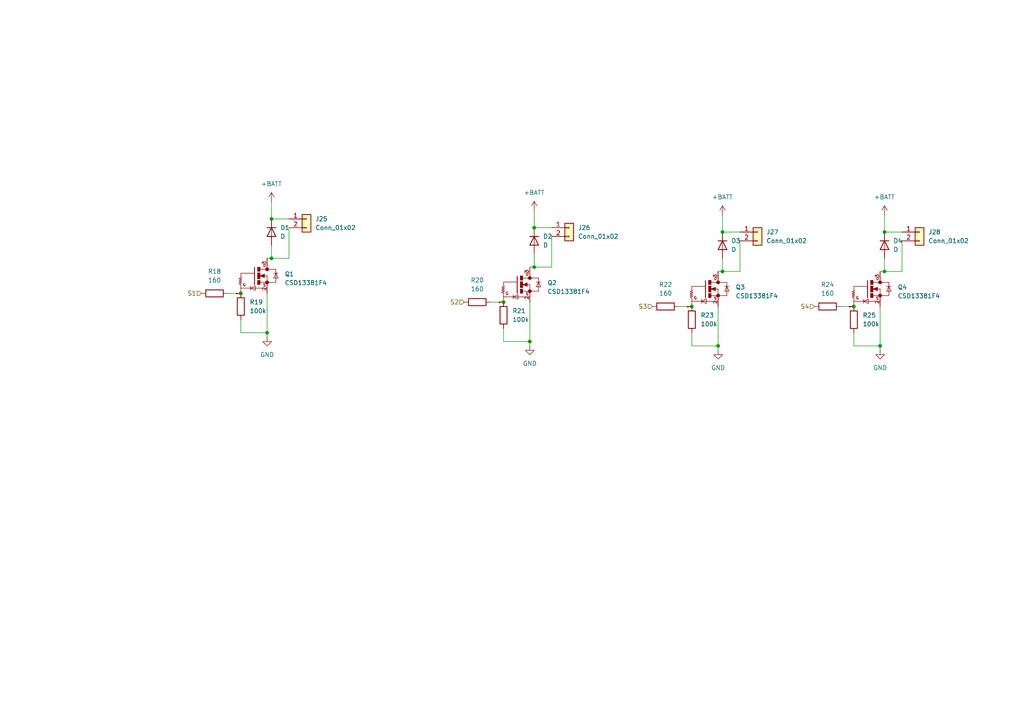
<source format=kicad_sch>
(kicad_sch (version 20250114) (generator "eeschema") (generator_version "9.0")
  (paper "A4")
  (lib_symbols
    (symbol "CSD13381F4:CSD13381F4" (pin_names (offset 1.016))
      (property "Reference" "Q" (at 7.6273 2.5424 0))
      (property "Value" "CSD13381F4" (at 7.6306 0 0))
      (symbol "CSD13381F4_0_0"
        (polyline (pts (xy -5.588 -0.762) (xy -4.826 -0.508)) (stroke (width 0.1524)))
        (polyline (pts (xy -5.588 -1.27) (xy -4.826 -1.016)) (stroke (width 0.1524)))
        (polyline (pts (xy -5.588 -1.778) (xy -4.826 -1.524)) (stroke (width 0.1524)))
        (polyline (pts (xy -5.588 -2.286) (xy -4.826 -2.032)) (stroke (width 0.1524)))
        (polyline (pts (xy -5.08 0.762) (xy -1.27 0.762)) (stroke (width 0.1524)))
        (polyline (pts (xy -5.08 -0.254) (xy -5.08 0.762)) (stroke (width 0.1524)))
        (polyline (pts (xy -5.08 -2.54) (xy -5.588 -2.286)) (stroke (width 0.1524)))
        (polyline (pts (xy -5.08 -3.556) (xy -5.08 -2.54)) (stroke (width 0.1524)))
        (polyline (pts (xy -5.08 -5.08) (xy -5.08 -3.556)) (stroke (width 0.1524)))
        (polyline (pts (xy -4.826 -0.508) (xy -5.08 -0.254)) (stroke (width 0.1524)))
        (polyline (pts (xy -4.826 -1.016) (xy -5.588 -0.762)) (stroke (width 0.1524)))
        (polyline (pts (xy -4.826 -1.524) (xy -5.588 -1.27)) (stroke (width 0.1524)))
        (polyline (pts (xy -4.826 -2.032) (xy -5.588 -1.778)) (stroke (width 0.1524)))
        (polyline (pts (xy -2.286 -3.556) (xy -5.08 -3.556)) (stroke (width 0.1524)))
        (polyline (pts (xy -2.286 -3.556) (xy -2.286 -2.921)) (stroke (width 0.1524)))
        (polyline (pts (xy -2.286 -3.556) (xy -0.889 -4.191)) (stroke (width 0.1524)))
        (polyline (pts (xy -2.286 -3.556) (xy 2.54 -3.556)) (stroke (width 0.1524)))
        (polyline (pts (xy -2.286 -4.191) (xy -2.286 -3.556)) (stroke (width 0.1524)))
        (polyline (pts (xy -1.1176 2.413) (xy -1.1176 -2.54)) (stroke (width 0.254)))
        (polyline (pts (xy -0.889 -2.921) (xy -2.286 -3.556)) (stroke (width 0.1524)))
        (polyline (pts (xy -0.889 -4.191) (xy -0.889 -2.921)) (stroke (width 0.1524)))
        (rectangle (start -0.2543 1.2714) (end 0.508 2.54) (stroke (width 0.1)) (fill (type outline)))
        (rectangle (start -0.2543 -0.8901) (end 0.508 0.889) (stroke (width 0.1)) (fill (type outline)))
        (rectangle (start -0.2542 -2.542) (end 0.508 -1.27) (stroke (width 0.1)) (fill (type outline)))
        (polyline (pts (xy 0.508 0) (xy 1.778 -0.508)) (stroke (width 0.1524)))
        (polyline (pts (xy 0.508 -1.905) (xy 2.54 -1.905)) (stroke (width 0.1524)))
        (polyline (pts (xy 0.762 0) (xy 1.651 -0.254)) (stroke (width 0.3048)))
        (polyline (pts (xy 1.651 0.254) (xy 0.762 0)) (stroke (width 0.3048)))
        (polyline (pts (xy 1.651 0) (xy 1.397 0)) (stroke (width 0.3048)))
        (polyline (pts (xy 1.651 0) (xy 2.54 0)) (stroke (width 0.1524)))
        (polyline (pts (xy 1.651 -0.254) (xy 1.651 0)) (stroke (width 0.3048)))
        (polyline (pts (xy 1.778 0.508) (xy 0.508 0)) (stroke (width 0.1524)))
        (polyline (pts (xy 1.778 -0.508) (xy 1.778 0.508)) (stroke (width 0.1524)))
        (polyline (pts (xy 2.54 2.54) (xy 2.54 1.905)) (stroke (width 0.1524)))
        (polyline (pts (xy 2.54 1.905) (xy 0.5334 1.905)) (stroke (width 0.1524)))
        (polyline (pts (xy 2.54 1.905) (xy 5.08 1.905)) (stroke (width 0.1524)))
        (circle (center 2.54 1.905) (radius 0.127) (stroke (width 0.4064)))
        (polyline (pts (xy 2.54 0) (xy 2.54 -1.905)) (stroke (width 0.1524)))
        (polyline (pts (xy 2.54 -1.905) (xy 2.54 -2.54)) (stroke (width 0.1524)))
        (circle (center 2.54 -1.905) (radius 0.127) (stroke (width 0.4064)))
        (polyline (pts (xy 4.445 0.762) (xy 5.08 0.762)) (stroke (width 0.1524)))
        (polyline (pts (xy 4.445 -0.635) (xy 5.715 -0.635)) (stroke (width 0.1524)))
        (polyline (pts (xy 5.08 1.905) (xy 5.08 0.762)) (stroke (width 0.1524)))
        (polyline (pts (xy 5.08 0.762) (xy 4.445 -0.635)) (stroke (width 0.1524)))
        (polyline (pts (xy 5.08 0.762) (xy 5.08 -1.905)) (stroke (width 0.1524)))
        (polyline (pts (xy 5.08 0.762) (xy 5.715 0.762)) (stroke (width 0.1524)))
        (polyline (pts (xy 5.08 -1.905) (xy 2.54 -1.905)) (stroke (width 0.1524)))
        (polyline (pts (xy 5.715 -0.635) (xy 5.08 0.762)) (stroke (width 0.1524)))
        (text "G" (at -4.5768 -3.0512 0) (effects (font (size 0.8136 0.8136)) (justify left bottom)))
        (text "S" (at 1.2716 -3.179 0) (effects (font (size 0.8138 0.8138)) (justify left bottom)))
        (text "D" (at 1.2721 2.5443 0) (effects (font (size 0.8142 0.8142)) (justify left bottom)))
        (pin passive line (at -5.08 -5.08 90) (length 0) (name "~") (number "1"))
        (pin passive line (at 2.54 5.08 270) (length 2.54) (name "~") (number "3"))
        (pin passive line (at 2.54 -5.08 90) (length 2.54) (name "~") (number "2"))
      )
    )
    (symbol "Connector_Generic:Conn_01x02" (pin_names (offset 1.016) (hide yes))
      (property "Reference" "J" (at 0 2.54 0))
      (property "Value" "Conn_01x02" (at 0 -5.08 0))
      (symbol "Conn_01x02_1_1"
        (rectangle (start -1.27 1.27) (end 1.27 -3.81) (stroke (width 0.254)) (fill (type background)))
        (rectangle (start -1.27 0.127) (end 0 -0.127) (stroke (width 0.1524)))
        (rectangle (start -1.27 -2.413) (end 0 -2.667) (stroke (width 0.1524)))
        (pin passive line (at -5.08 0 0) (length 3.81) (name "Pin_1") (number "1"))
        (pin passive line (at -5.08 -2.54 0) (length 3.81) (name "Pin_2") (number "2"))
      )
    )
    (symbol "Device:D" (pin_numbers (hide yes)) (pin_names (offset 1.016) (hide yes))
      (property "Reference" "D" (at 0 2.54 0))
      (property "Value" "D" (at 0 -2.54 0))
      (symbol "D_0_1"
        (polyline (pts (xy -1.27 1.27) (xy -1.27 -1.27)) (stroke (width 0.254)))
        (polyline (pts (xy 1.27 1.27) (xy 1.27 -1.27) (xy -1.27 0) (xy 1.27 1.27)) (stroke (width 0.254)))
        (polyline (pts (xy 1.27 0) (xy -1.27 0)))
      )
      (symbol "D_1_1"
        (pin passive line (at -3.81 0 0) (length 2.54) (name "K") (number "1"))
        (pin passive line (at 3.81 0 180) (length 2.54) (name "A") (number "2"))
      )
    )
    (symbol "Device:R" (pin_numbers (hide yes)) (pin_names (offset 0))
      (property "Reference" "R" (at 2.032 0 90))
      (property "Value" "R" (at 0 0 90))
      (symbol "R_0_1"
        (rectangle (start -1.016 -2.54) (end 1.016 2.54) (stroke (width 0.254)))
      )
      (symbol "R_1_1"
        (pin passive line (at 0 3.81 270) (length 1.27) (name "~") (number "1"))
        (pin passive line (at 0 -3.81 90) (length 1.27) (name "~") (number "2"))
      )
    )
    (symbol "power:+BATT" (power) (pin_numbers (hide yes)) (pin_names (offset 0) (hide yes))
      (property "Value" "+BATT" (at 0 3.556 0))
      (symbol "+BATT_0_1"
        (polyline (pts (xy -0.762 1.27) (xy 0 2.54)))
        (polyline (pts (xy 0 2.54) (xy 0.762 1.27)))
        (polyline (pts (xy 0 0) (xy 0 2.54)))
      )
      (symbol "+BATT_1_1"
        (pin power_in line (at 0 0 90) (length 0) (name "~") (number "1"))
      )
    )
    (symbol "power:GND" (power) (pin_numbers (hide yes)) (pin_names (offset 0) (hide yes))
      (property "Value" "GND" (at 0 -3.81 0))
      (symbol "GND_0_1"
        (polyline (pts (xy 0 0) (xy 0 -1.27) (xy 1.27 -1.27) (xy 0 -2.54) (xy -1.27 -1.27) (xy 0 -1.27)))
      )
      (symbol "GND_1_1"
        (pin power_in line (at 0 0 270) (length 0) (name "~") (number "1"))
      )
    )
  )
  (junction (at 256.54 67.31))
  (junction (at 247.65 88.9))
  (junction (at 154.94 77.47))
  (junction (at 208.28 100.33))
  (junction (at 78.74 74.93))
  (junction (at 209.55 67.31))
  (junction (at 78.74 63.5))
  (junction (at 77.47 96.52))
  (junction (at 200.66 88.9))
  (junction (at 256.54 78.74))
  (junction (at 209.55 78.74))
  (junction (at 255.27 100.33))
  (junction (at 69.85 85.09))
  (junction (at 146.05 87.63))
  (junction (at 153.67 99.06))
  (junction (at 154.94 66.04))
  (wire (pts (xy 83.82 66.04) (xy 83.82 74.93)))
  (wire (pts (xy 208.28 101.6) (xy 208.28 100.33)))
  (wire (pts (xy 255.27 100.33) (xy 255.27 88.9)))
  (wire (pts (xy 153.67 99.06) (xy 153.67 87.63)))
  (wire (pts (xy 200.66 96.52) (xy 200.66 100.33)))
  (wire (pts (xy 209.55 74.93) (xy 209.55 78.74)))
  (wire (pts (xy 69.85 96.52) (xy 77.47 96.52)))
  (wire (pts (xy 77.47 97.79) (xy 77.47 96.52)))
  (wire (pts (xy 154.94 60.96) (xy 154.94 66.04)))
  (wire (pts (xy 256.54 74.93) (xy 256.54 78.74)))
  (wire (pts (xy 247.65 100.33) (xy 255.27 100.33)))
  (wire (pts (xy 78.74 71.12) (xy 78.74 74.93)))
  (wire (pts (xy 256.54 67.31) (xy 261.62 67.31)))
  (wire (pts (xy 256.54 78.74) (xy 255.27 78.74)))
  (wire (pts (xy 160.02 68.58) (xy 160.02 77.47)))
  (wire (pts (xy 214.63 69.85) (xy 214.63 78.74)))
  (wire (pts (xy 154.94 66.04) (xy 160.02 66.04)))
  (wire (pts (xy 77.47 96.52) (xy 77.47 85.09)))
  (wire (pts (xy 200.66 100.33) (xy 208.28 100.33)))
  (wire (pts (xy 154.94 73.66) (xy 154.94 77.47)))
  (wire (pts (xy 196.85 88.9) (xy 200.66 88.9)))
  (wire (pts (xy 214.63 78.74) (xy 209.55 78.74)))
  (wire (pts (xy 261.62 78.74) (xy 256.54 78.74)))
  (wire (pts (xy 247.65 96.52) (xy 247.65 100.33)))
  (wire (pts (xy 69.85 92.71) (xy 69.85 96.52)))
  (wire (pts (xy 256.54 62.23) (xy 256.54 67.31)))
  (wire (pts (xy 146.05 95.25) (xy 146.05 99.06)))
  (wire (pts (xy 209.55 67.31) (xy 214.63 67.31)))
  (wire (pts (xy 142.24 87.63) (xy 146.05 87.63)))
  (wire (pts (xy 209.55 62.23) (xy 209.55 67.31)))
  (wire (pts (xy 209.55 78.74) (xy 208.28 78.74)))
  (wire (pts (xy 154.94 77.47) (xy 153.67 77.47)))
  (wire (pts (xy 66.04 85.09) (xy 69.85 85.09)))
  (wire (pts (xy 160.02 77.47) (xy 154.94 77.47)))
  (wire (pts (xy 255.27 101.6) (xy 255.27 100.33)))
  (wire (pts (xy 78.74 63.5) (xy 83.82 63.5)))
  (wire (pts (xy 83.82 74.93) (xy 78.74 74.93)))
  (wire (pts (xy 261.62 69.85) (xy 261.62 78.74)))
  (wire (pts (xy 153.67 100.33) (xy 153.67 99.06)))
  (wire (pts (xy 208.28 100.33) (xy 208.28 88.9)))
  (wire (pts (xy 243.84 88.9) (xy 247.65 88.9)))
  (wire (pts (xy 78.74 58.42) (xy 78.74 63.5)))
  (wire (pts (xy 146.05 99.06) (xy 153.67 99.06)))
  (wire (pts (xy 78.74 74.93) (xy 77.47 74.93)))
  (hierarchical_label "S2" (shape input) (at 134.62 87.63 180))
  (hierarchical_label "S4" (shape input) (at 236.22 88.9 180))
  (hierarchical_label "S3" (shape input) (at 189.23 88.9 180))
  (hierarchical_label "S1" (shape input) (at 58.42 85.09 180))
  (symbol (lib_id "Connector_Generic:Conn_01x02") (at 88.9 63.5 0) (unit 1)
    (property "Reference" "J25" (at 91.44 63.4999 0) (effects (justify left)))
    (property "Value" "Conn_01x02" (at 91.44 66.0399 0) (effects (justify left)))
    (property "Footprint" "TerminalBlock_Phoenix:TerminalBlock_Phoenix_MPT-0,5-2-2.54_1x02_P2.54mm_Horizontal" (effects (hide yes)))
    (property "Description" "Generic connector, single row, 01x02, script generated (kicad-library-utils/schlib/autogen/connector/)" (effects (hide yes)))
  )
  (symbol (lib_id "power:+BATT") (at 209.55 62.23 0) (unit 1)
    (property "Reference" "#PWR0102" (effects (hide yes)))
    (property "Value" "+BATT" (at 209.55 57.15 0))
    (property "Description" "Power symbol creates a global label with name \"+BATT\"" (effects (hide yes)))
  )
  (symbol (lib_id "Device:D") (at 154.94 69.85 270) (unit 1)
    (property "Reference" "D2" (at 157.48 68.5799 90) (effects (justify left)))
    (property "Value" "D" (at 157.48 71.1199 90) (effects (justify left)))
    (property "Footprint" "Diode_SMD:D_SOD-123" (effects (hide yes)))
    (property "Description" "Diode" (effects (hide yes)))
    (property "Sim.Device" "D" (effects (hide yes)))
    (property "Sim.Pins" "1=K 2=A" (effects (hide yes)))
  )
  (symbol (lib_id "power:GND") (at 153.67 100.33 0) (unit 1)
    (property "Reference" "#PWR098" (effects (hide yes)))
    (property "Value" "GND" (at 153.67 105.41 0))
    (property "Description" "Power symbol creates a global label with name \"GND\" , ground" (effects (hide yes)))
  )
  (symbol (lib_id "CSD13381F4:CSD13381F4") (at 151.13 82.55 0) (unit 1)
    (property "Reference" "Q2" (at 158.75 82.026 0) (effects (justify left)))
    (property "Value" "CSD13381F4" (at 158.75 84.566 0) (effects (justify left)))
    (property "Footprint" "CSD13381F4:DFN100X60X35-3N" (effects (hide yes)))
    (property "MF" "Texas Instruments" (effects (hide yes)))
    (property "Description_1" "12-V, N channel NexFET™ power MOSFET, single LGA 1 mm x  0.6mm, 180 mOhm, gate ESD protection" (effects (hide yes)))
    (property "Package" "PICOSTAR-3 Texas Instruments" (effects (hide yes)))
    (property "Price" "None" (effects (hide yes)))
    (property "Check_prices" "https://www.snapeda.com/parts/CSD13381F4/Texas+Instruments/view-part/?ref=eda" (effects (hide yes)))
    (property "SnapEDA_Link" "https://www.snapeda.com/parts/CSD13381F4/Texas+Instruments/view-part/?ref=snap" (effects (hide yes)))
    (property "MP" "CSD13381F4" (effects (hide yes)))
    (property "Availability" "In Stock" (effects (hide yes)))
    (property "MANUFACTURER" "Texas Instruments" (effects (hide yes)))
  )
  (symbol (lib_id "power:+BATT") (at 154.94 60.96 0) (unit 1)
    (property "Reference" "#PWR099" (effects (hide yes)))
    (property "Value" "+BATT" (at 154.94 55.88 0))
    (property "Description" "Power symbol creates a global label with name \"+BATT\"" (effects (hide yes)))
  )
  (symbol (lib_id "Device:D") (at 209.55 71.12 270) (unit 1)
    (property "Reference" "D3" (at 212.09 69.8499 90) (effects (justify left)))
    (property "Value" "D" (at 212.09 72.3899 90) (effects (justify left)))
    (property "Footprint" "Diode_SMD:D_SOD-123" (effects (hide yes)))
    (property "Description" "Diode" (effects (hide yes)))
    (property "Sim.Device" "D" (effects (hide yes)))
    (property "Sim.Pins" "1=K 2=A" (effects (hide yes)))
  )
  (symbol (lib_id "power:GND") (at 255.27 101.6 0) (unit 1)
    (property "Reference" "#PWR0103" (effects (hide yes)))
    (property "Value" "GND" (at 255.27 106.68 0))
    (property "Description" "Power symbol creates a global label with name \"GND\" , ground" (effects (hide yes)))
  )
  (symbol (lib_id "Connector_Generic:Conn_01x02") (at 165.1 66.04 0) (unit 1)
    (property "Reference" "J26" (at 167.64 66.0399 0) (effects (justify left)))
    (property "Value" "Conn_01x02" (at 167.64 68.5799 0) (effects (justify left)))
    (property "Footprint" "TerminalBlock_Phoenix:TerminalBlock_Phoenix_MPT-0,5-2-2.54_1x02_P2.54mm_Horizontal" (effects (hide yes)))
    (property "Description" "Generic connector, single row, 01x02, script generated (kicad-library-utils/schlib/autogen/connector/)" (effects (hide yes)))
  )
  (symbol (lib_id "CSD13381F4:CSD13381F4") (at 74.93 80.01 0) (unit 1)
    (property "Reference" "Q1" (at 82.55 79.486 0) (effects (justify left)))
    (property "Value" "CSD13381F4" (at 82.55 82.026 0) (effects (justify left)))
    (property "Footprint" "CSD13381F4:DFN100X60X35-3N" (effects (hide yes)))
    (property "MF" "Texas Instruments" (effects (hide yes)))
    (property "Description_1" "12-V, N channel NexFET™ power MOSFET, single LGA 1 mm x  0.6mm, 180 mOhm, gate ESD protection" (effects (hide yes)))
    (property "Package" "PICOSTAR-3 Texas Instruments" (effects (hide yes)))
    (property "Price" "None" (effects (hide yes)))
    (property "Check_prices" "https://www.snapeda.com/parts/CSD13381F4/Texas+Instruments/view-part/?ref=eda" (effects (hide yes)))
    (property "SnapEDA_Link" "https://www.snapeda.com/parts/CSD13381F4/Texas+Instruments/view-part/?ref=snap" (effects (hide yes)))
    (property "MP" "CSD13381F4" (effects (hide yes)))
    (property "Availability" "In Stock" (effects (hide yes)))
    (property "MANUFACTURER" "Texas Instruments" (effects (hide yes)))
  )
  (symbol (lib_id "Device:R") (at 138.43 87.63 90) (unit 1)
    (property "Reference" "R20" (at 138.43 81.28 90))
    (property "Value" "160" (at 138.43 83.82 90))
    (property "Footprint" "Resistor_SMD:R_0603_1608Metric" (effects (hide yes)))
    (property "Description" "Resistor" (effects (hide yes)))
  )
  (symbol (lib_id "power:+BATT") (at 78.74 58.42 0) (unit 1)
    (property "Reference" "#PWR097" (effects (hide yes)))
    (property "Value" "+BATT" (at 78.74 53.34 0))
    (property "Description" "Power symbol creates a global label with name \"+BATT\"" (effects (hide yes)))
  )
  (symbol (lib_id "Connector_Generic:Conn_01x02") (at 219.71 67.31 0) (unit 1)
    (property "Reference" "J27" (at 222.25 67.3099 0) (effects (justify left)))
    (property "Value" "Conn_01x02" (at 222.25 69.8499 0) (effects (justify left)))
    (property "Footprint" "TerminalBlock_Phoenix:TerminalBlock_Phoenix_MPT-0,5-2-2.54_1x02_P2.54mm_Horizontal" (effects (hide yes)))
    (property "Description" "Generic connector, single row, 01x02, script generated (kicad-library-utils/schlib/autogen/connector/)" (effects (hide yes)))
  )
  (symbol (lib_id "CSD13381F4:CSD13381F4") (at 252.73 83.82 0) (unit 1)
    (property "Reference" "Q4" (at 260.35 83.296 0) (effects (justify left)))
    (property "Value" "CSD13381F4" (at 260.35 85.836 0) (effects (justify left)))
    (property "Footprint" "CSD13381F4:DFN100X60X35-3N" (effects (hide yes)))
    (property "MF" "Texas Instruments" (effects (hide yes)))
    (property "Description_1" "12-V, N channel NexFET™ power MOSFET, single LGA 1 mm x  0.6mm, 180 mOhm, gate ESD protection" (effects (hide yes)))
    (property "Package" "PICOSTAR-3 Texas Instruments" (effects (hide yes)))
    (property "Price" "None" (effects (hide yes)))
    (property "Check_prices" "https://www.snapeda.com/parts/CSD13381F4/Texas+Instruments/view-part/?ref=eda" (effects (hide yes)))
    (property "SnapEDA_Link" "https://www.snapeda.com/parts/CSD13381F4/Texas+Instruments/view-part/?ref=snap" (effects (hide yes)))
    (property "MP" "CSD13381F4" (effects (hide yes)))
    (property "Availability" "In Stock" (effects (hide yes)))
    (property "MANUFACTURER" "Texas Instruments" (effects (hide yes)))
  )
  (symbol (lib_id "power:GND") (at 77.47 97.79 0) (unit 1)
    (property "Reference" "#PWR096" (effects (hide yes)))
    (property "Value" "GND" (at 77.47 102.87 0))
    (property "Description" "Power symbol creates a global label with name \"GND\" , ground" (effects (hide yes)))
  )
  (symbol (lib_id "CSD13381F4:CSD13381F4") (at 205.74 83.82 0) (unit 1)
    (property "Reference" "Q3" (at 213.36 83.296 0) (effects (justify left)))
    (property "Value" "CSD13381F4" (at 213.36 85.836 0) (effects (justify left)))
    (property "Footprint" "CSD13381F4:DFN100X60X35-3N" (effects (hide yes)))
    (property "MF" "Texas Instruments" (effects (hide yes)))
    (property "Description_1" "12-V, N channel NexFET™ power MOSFET, single LGA 1 mm x  0.6mm, 180 mOhm, gate ESD protection" (effects (hide yes)))
    (property "Package" "PICOSTAR-3 Texas Instruments" (effects (hide yes)))
    (property "Price" "None" (effects (hide yes)))
    (property "Check_prices" "https://www.snapeda.com/parts/CSD13381F4/Texas+Instruments/view-part/?ref=eda" (effects (hide yes)))
    (property "SnapEDA_Link" "https://www.snapeda.com/parts/CSD13381F4/Texas+Instruments/view-part/?ref=snap" (effects (hide yes)))
    (property "MP" "CSD13381F4" (effects (hide yes)))
    (property "Availability" "In Stock" (effects (hide yes)))
    (property "MANUFACTURER" "Texas Instruments" (effects (hide yes)))
  )
  (symbol (lib_id "Device:D") (at 256.54 71.12 270) (unit 1)
    (property "Reference" "D4" (at 259.08 69.8499 90) (effects (justify left)))
    (property "Value" "D" (at 259.08 72.3899 90) (effects (justify left)))
    (property "Footprint" "Diode_SMD:D_SOD-123" (effects (hide yes)))
    (property "Description" "Diode" (effects (hide yes)))
    (property "Sim.Device" "D" (effects (hide yes)))
    (property "Sim.Pins" "1=K 2=A" (effects (hide yes)))
  )
  (symbol (lib_id "Device:D") (at 78.74 67.31 270) (unit 1)
    (property "Reference" "D1" (at 81.28 66.0399 90) (effects (justify left)))
    (property "Value" "D" (at 81.28 68.5799 90) (effects (justify left)))
    (property "Footprint" "Diode_SMD:D_SOD-123" (effects (hide yes)))
    (property "Description" "Diode" (effects (hide yes)))
    (property "Sim.Device" "D" (effects (hide yes)))
    (property "Sim.Pins" "1=K 2=A" (effects (hide yes)))
  )
  (symbol (lib_id "power:+BATT") (at 256.54 62.23 0) (unit 1)
    (property "Reference" "#PWR0104" (effects (hide yes)))
    (property "Value" "+BATT" (at 256.54 57.15 0))
    (property "Description" "Power symbol creates a global label with name \"+BATT\"" (effects (hide yes)))
  )
  (symbol (lib_id "Device:R") (at 62.23 85.09 90) (unit 1)
    (property "Reference" "R18" (at 62.23 78.74 90))
    (property "Value" "160" (at 62.23 81.28 90))
    (property "Footprint" "Resistor_SMD:R_0603_1608Metric" (effects (hide yes)))
    (property "Description" "Resistor" (effects (hide yes)))
  )
  (symbol (lib_id "power:GND") (at 208.28 101.6 0) (unit 1)
    (property "Reference" "#PWR0100" (effects (hide yes)))
    (property "Value" "GND" (at 208.28 106.68 0))
    (property "Description" "Power symbol creates a global label with name \"GND\" , ground" (effects (hide yes)))
  )
  (symbol (lib_id "Device:R") (at 247.65 92.71 0) (unit 1)
    (property "Reference" "R25" (at 250.19 91.4399 0) (effects (justify left)))
    (property "Value" "100k" (at 250.19 93.9799 0) (effects (justify left)))
    (property "Footprint" "Resistor_SMD:R_0603_1608Metric" (effects (hide yes)))
    (property "Description" "Resistor" (effects (hide yes)))
  )
  (symbol (lib_id "Device:R") (at 146.05 91.44 0) (unit 1)
    (property "Reference" "R21" (at 148.59 90.1699 0) (effects (justify left)))
    (property "Value" "100k" (at 148.59 92.7099 0) (effects (justify left)))
    (property "Footprint" "Resistor_SMD:R_0603_1608Metric" (effects (hide yes)))
    (property "Description" "Resistor" (effects (hide yes)))
  )
  (symbol (lib_id "Connector_Generic:Conn_01x02") (at 266.7 67.31 0) (unit 1)
    (property "Reference" "J28" (at 269.24 67.3099 0) (effects (justify left)))
    (property "Value" "Conn_01x02" (at 269.24 69.8499 0) (effects (justify left)))
    (property "Footprint" "TerminalBlock_Phoenix:TerminalBlock_Phoenix_MPT-0,5-2-2.54_1x02_P2.54mm_Horizontal" (effects (hide yes)))
    (property "Description" "Generic connector, single row, 01x02, script generated (kicad-library-utils/schlib/autogen/connector/)" (effects (hide yes)))
  )
  (symbol (lib_id "Device:R") (at 240.03 88.9 90) (unit 1)
    (property "Reference" "R24" (at 240.03 82.55 90))
    (property "Value" "160" (at 240.03 85.09 90))
    (property "Footprint" "Resistor_SMD:R_0603_1608Metric" (effects (hide yes)))
    (property "Description" "Resistor" (effects (hide yes)))
  )
  (symbol (lib_id "Device:R") (at 200.66 92.71 0) (unit 1)
    (property "Reference" "R23" (at 203.2 91.4399 0) (effects (justify left)))
    (property "Value" "100k" (at 203.2 93.9799 0) (effects (justify left)))
    (property "Footprint" "Resistor_SMD:R_0603_1608Metric" (effects (hide yes)))
    (property "Description" "Resistor" (effects (hide yes)))
  )
  (symbol (lib_id "Device:R") (at 69.85 88.9 0) (unit 1)
    (property "Reference" "R19" (at 72.39 87.6299 0) (effects (justify left)))
    (property "Value" "100k" (at 72.39 90.1699 0) (effects (justify left)))
    (property "Footprint" "Resistor_SMD:R_0603_1608Metric" (effects (hide yes)))
    (property "Description" "Resistor" (effects (hide yes)))
  )
  (symbol (lib_id "Device:R") (at 193.04 88.9 90) (unit 1)
    (property "Reference" "R22" (at 193.04 82.55 90))
    (property "Value" "160" (at 193.04 85.09 90))
    (property "Footprint" "Resistor_SMD:R_0603_1608Metric" (effects (hide yes)))
    (property "Description" "Resistor" (effects (hide yes)))
  )
)
</source>
